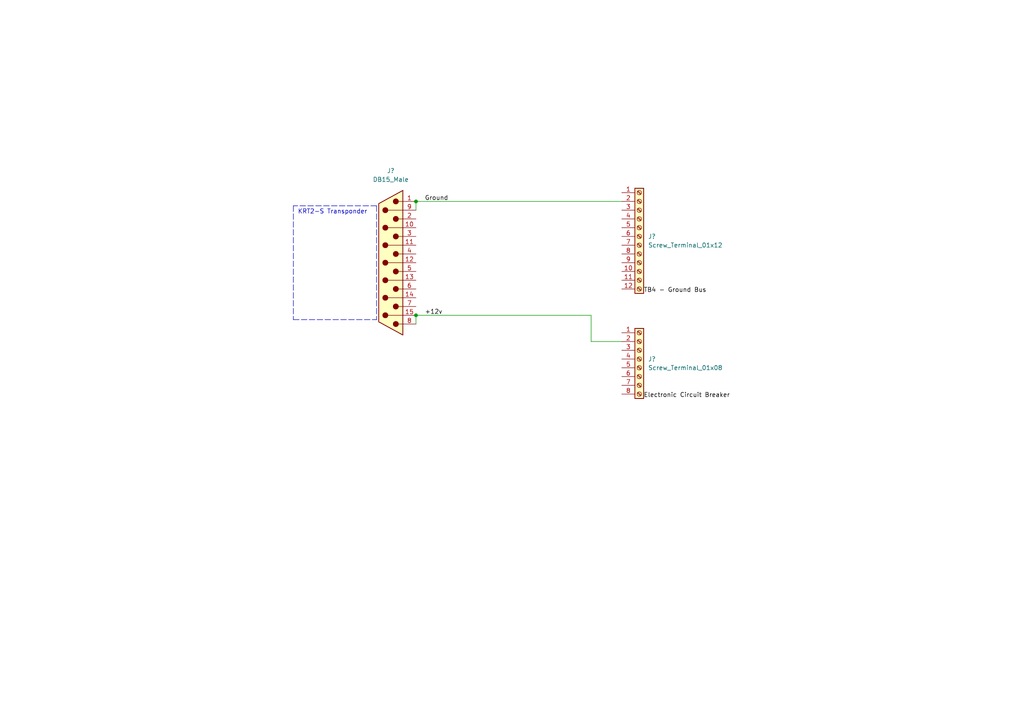
<source format=kicad_sch>
(kicad_sch (version 20211123) (generator eeschema)
  (paper "A4")
  (lib_symbols
    (symbol "Connector:DB15_Male" (pin_names (offset 1.016) hide)
      (property "Reference" "J" (at 0.508 21.59 0))
      (property "Value" "DB15_Male" (at 0 -22.225 0))
      (symbol "DB15_Male_0_1"
        (circle (center -1.778 -17.78) (radius 0.762) (fill (type outline)))
        (circle (center -1.778 -12.7) (radius 0.762) (fill (type outline)))
        (circle (center -1.778 -7.62) (radius 0.762) (fill (type outline)))
        (circle (center -1.778 -2.54) (radius 0.762) (fill (type outline)))
        (circle (center -1.778 2.54) (radius 0.762) (fill (type outline)))
        (circle (center -1.778 7.62) (radius 0.762) (fill (type outline)))
        (circle (center -1.778 12.7) (radius 0.762) (fill (type outline)))
        (circle (center -1.778 17.78) (radius 0.762) (fill (type outline)))
        (polyline (pts (xy -3.81 -17.78) (xy -2.54 -17.78)))
        (polyline (pts (xy -3.81 -15.24) (xy 0.508 -15.24)))
        (polyline (pts (xy -3.81 -12.7) (xy -2.54 -12.7)))
        (polyline (pts (xy -3.81 -10.16) (xy 0.508 -10.16)))
        (polyline (pts (xy -3.81 -7.62) (xy -2.54 -7.62)))
        (polyline (pts (xy -3.81 -5.08) (xy 0.508 -5.08)))
        (polyline (pts (xy -3.81 -2.54) (xy -2.54 -2.54)))
        (polyline (pts (xy -3.81 0) (xy 0.508 0)))
        (polyline (pts (xy -3.81 2.54) (xy -2.54 2.54)))
        (polyline (pts (xy -3.81 5.08) (xy 0.508 5.08)))
        (polyline (pts (xy -3.81 7.62) (xy -2.54 7.62)))
        (polyline (pts (xy -3.81 10.16) (xy 0.508 10.16)))
        (polyline (pts (xy -3.81 12.7) (xy -2.54 12.7)))
        (polyline (pts (xy -3.81 15.24) (xy 0.508 15.24)))
        (polyline (pts (xy -3.81 17.78) (xy -2.54 17.78)))
        (polyline (pts (xy -3.81 -20.955) (xy 3.175 -17.145) (xy 3.175 17.145) (xy -3.81 20.955) (xy -3.81 -20.955)) (stroke (width 0.254)) (fill (type background)))
        (circle (center 1.27 -15.24) (radius 0.762) (fill (type outline)))
        (circle (center 1.27 -10.16) (radius 0.762) (fill (type outline)))
        (circle (center 1.27 -5.08) (radius 0.762) (fill (type outline)))
        (circle (center 1.27 0) (radius 0.762) (fill (type outline)))
        (circle (center 1.27 5.08) (radius 0.762) (fill (type outline)))
        (circle (center 1.27 10.16) (radius 0.762) (fill (type outline)))
        (circle (center 1.27 15.24) (radius 0.762) (fill (type outline)))
      )
      (symbol "DB15_Male_1_1"
        (pin passive line (at -7.62 -17.78 0) (length 3.81) (name "1") (number "1"))
        (pin passive line (at -7.62 -10.16 0) (length 3.81) (name "P10") (number "10"))
        (pin passive line (at -7.62 -5.08 0) (length 3.81) (name "P111") (number "11"))
        (pin passive line (at -7.62 0 0) (length 3.81) (name "P12") (number "12"))
        (pin passive line (at -7.62 5.08 0) (length 3.81) (name "P13") (number "13"))
        (pin passive line (at -7.62 10.16 0) (length 3.81) (name "P14") (number "14"))
        (pin passive line (at -7.62 15.24 0) (length 3.81) (name "P15") (number "15"))
        (pin passive line (at -7.62 -12.7 0) (length 3.81) (name "2") (number "2"))
        (pin passive line (at -7.62 -7.62 0) (length 3.81) (name "3") (number "3"))
        (pin passive line (at -7.62 -2.54 0) (length 3.81) (name "4") (number "4"))
        (pin passive line (at -7.62 2.54 0) (length 3.81) (name "5") (number "5"))
        (pin passive line (at -7.62 7.62 0) (length 3.81) (name "6") (number "6"))
        (pin passive line (at -7.62 12.7 0) (length 3.81) (name "7") (number "7"))
        (pin passive line (at -7.62 17.78 0) (length 3.81) (name "8") (number "8"))
        (pin passive line (at -7.62 -15.24 0) (length 3.81) (name "P9") (number "9"))
      )
    )
    (symbol "Connector:Screw_Terminal_01x08" (pin_names (offset 1.016) hide)
      (property "Reference" "J" (at 0 10.16 0))
      (property "Value" "Screw_Terminal_01x08" (at 0 -12.7 0))
      (symbol "Screw_Terminal_01x08_1_1"
        (rectangle (start -1.27 8.89) (end 1.27 -11.43) (stroke (width 0.254)) (fill (type background)))
        (circle (center 0 -10.16) (radius 0.635) (stroke (width 0.1524)))
        (circle (center 0 -7.62) (radius 0.635) (stroke (width 0.1524)))
        (circle (center 0 -5.08) (radius 0.635) (stroke (width 0.1524)))
        (circle (center 0 -2.54) (radius 0.635) (stroke (width 0.1524)))
        (polyline (pts (xy -0.5334 -9.8298) (xy 0.3302 -10.668)) (stroke (width 0.1524)))
        (polyline (pts (xy -0.5334 -7.2898) (xy 0.3302 -8.128)) (stroke (width 0.1524)))
        (polyline (pts (xy -0.5334 -4.7498) (xy 0.3302 -5.588)) (stroke (width 0.1524)))
        (polyline (pts (xy -0.5334 -2.2098) (xy 0.3302 -3.048)) (stroke (width 0.1524)))
        (polyline (pts (xy -0.5334 0.3302) (xy 0.3302 -0.508)) (stroke (width 0.1524)))
        (polyline (pts (xy -0.5334 2.8702) (xy 0.3302 2.032)) (stroke (width 0.1524)))
        (polyline (pts (xy -0.5334 5.4102) (xy 0.3302 4.572)) (stroke (width 0.1524)))
        (polyline (pts (xy -0.5334 7.9502) (xy 0.3302 7.112)) (stroke (width 0.1524)))
        (polyline (pts (xy -0.3556 -9.652) (xy 0.508 -10.4902)) (stroke (width 0.1524)))
        (polyline (pts (xy -0.3556 -7.112) (xy 0.508 -7.9502)) (stroke (width 0.1524)))
        (polyline (pts (xy -0.3556 -4.572) (xy 0.508 -5.4102)) (stroke (width 0.1524)))
        (polyline (pts (xy -0.3556 -2.032) (xy 0.508 -2.8702)) (stroke (width 0.1524)))
        (polyline (pts (xy -0.3556 0.508) (xy 0.508 -0.3302)) (stroke (width 0.1524)))
        (polyline (pts (xy -0.3556 3.048) (xy 0.508 2.2098)) (stroke (width 0.1524)))
        (polyline (pts (xy -0.3556 5.588) (xy 0.508 4.7498)) (stroke (width 0.1524)))
        (polyline (pts (xy -0.3556 8.128) (xy 0.508 7.2898)) (stroke (width 0.1524)))
        (circle (center 0 0) (radius 0.635) (stroke (width 0.1524)))
        (circle (center 0 2.54) (radius 0.635) (stroke (width 0.1524)))
        (circle (center 0 5.08) (radius 0.635) (stroke (width 0.1524)))
        (circle (center 0 7.62) (radius 0.635) (stroke (width 0.1524)))
        (pin passive line (at -5.08 7.62 0) (length 3.81) (name "Pin_1") (number "1"))
        (pin passive line (at -5.08 5.08 0) (length 3.81) (name "Pin_2") (number "2"))
        (pin passive line (at -5.08 2.54 0) (length 3.81) (name "Pin_3") (number "3"))
        (pin passive line (at -5.08 0 0) (length 3.81) (name "Pin_4") (number "4"))
        (pin passive line (at -5.08 -2.54 0) (length 3.81) (name "Pin_5") (number "5"))
        (pin passive line (at -5.08 -5.08 0) (length 3.81) (name "Pin_6") (number "6"))
        (pin passive line (at -5.08 -7.62 0) (length 3.81) (name "Pin_7") (number "7"))
        (pin passive line (at -5.08 -10.16 0) (length 3.81) (name "Pin_8") (number "8"))
      )
    )
    (symbol "Connector:Screw_Terminal_01x12" (pin_names (offset 1.016) hide)
      (property "Reference" "J" (at 0 15.24 0))
      (property "Value" "Screw_Terminal_01x12" (at 0 -17.78 0))
      (symbol "Screw_Terminal_01x12_1_1"
        (rectangle (start -1.27 13.97) (end 1.27 -16.51) (stroke (width 0.254)) (fill (type background)))
        (circle (center 0 -15.24) (radius 0.635) (stroke (width 0.1524)))
        (circle (center 0 -12.7) (radius 0.635) (stroke (width 0.1524)))
        (circle (center 0 -10.16) (radius 0.635) (stroke (width 0.1524)))
        (circle (center 0 -7.62) (radius 0.635) (stroke (width 0.1524)))
        (circle (center 0 -5.08) (radius 0.635) (stroke (width 0.1524)))
        (circle (center 0 -2.54) (radius 0.635) (stroke (width 0.1524)))
        (polyline (pts (xy -0.5334 -14.9098) (xy 0.3302 -15.748)) (stroke (width 0.1524)))
        (polyline (pts (xy -0.5334 -12.3698) (xy 0.3302 -13.208)) (stroke (width 0.1524)))
        (polyline (pts (xy -0.5334 -9.8298) (xy 0.3302 -10.668)) (stroke (width 0.1524)))
        (polyline (pts (xy -0.5334 -7.2898) (xy 0.3302 -8.128)) (stroke (width 0.1524)))
        (polyline (pts (xy -0.5334 -4.7498) (xy 0.3302 -5.588)) (stroke (width 0.1524)))
        (polyline (pts (xy -0.5334 -2.2098) (xy 0.3302 -3.048)) (stroke (width 0.1524)))
        (polyline (pts (xy -0.5334 0.3302) (xy 0.3302 -0.508)) (stroke (width 0.1524)))
        (polyline (pts (xy -0.5334 2.8702) (xy 0.3302 2.032)) (stroke (width 0.1524)))
        (polyline (pts (xy -0.5334 5.4102) (xy 0.3302 4.572)) (stroke (width 0.1524)))
        (polyline (pts (xy -0.5334 7.9502) (xy 0.3302 7.112)) (stroke (width 0.1524)))
        (polyline (pts (xy -0.5334 10.4902) (xy 0.3302 9.652)) (stroke (width 0.1524)))
        (polyline (pts (xy -0.5334 13.0302) (xy 0.3302 12.192)) (stroke (width 0.1524)))
        (polyline (pts (xy -0.3556 -14.732) (xy 0.508 -15.5702)) (stroke (width 0.1524)))
        (polyline (pts (xy -0.3556 -12.192) (xy 0.508 -13.0302)) (stroke (width 0.1524)))
        (polyline (pts (xy -0.3556 -9.652) (xy 0.508 -10.4902)) (stroke (width 0.1524)))
        (polyline (pts (xy -0.3556 -7.112) (xy 0.508 -7.9502)) (stroke (width 0.1524)))
        (polyline (pts (xy -0.3556 -4.572) (xy 0.508 -5.4102)) (stroke (width 0.1524)))
        (polyline (pts (xy -0.3556 -2.032) (xy 0.508 -2.8702)) (stroke (width 0.1524)))
        (polyline (pts (xy -0.3556 0.508) (xy 0.508 -0.3302)) (stroke (width 0.1524)))
        (polyline (pts (xy -0.3556 3.048) (xy 0.508 2.2098)) (stroke (width 0.1524)))
        (polyline (pts (xy -0.3556 5.588) (xy 0.508 4.7498)) (stroke (width 0.1524)))
        (polyline (pts (xy -0.3556 8.128) (xy 0.508 7.2898)) (stroke (width 0.1524)))
        (polyline (pts (xy -0.3556 10.668) (xy 0.508 9.8298)) (stroke (width 0.1524)))
        (polyline (pts (xy -0.3556 13.208) (xy 0.508 12.3698)) (stroke (width 0.1524)))
        (circle (center 0 0) (radius 0.635) (stroke (width 0.1524)))
        (circle (center 0 2.54) (radius 0.635) (stroke (width 0.1524)))
        (circle (center 0 5.08) (radius 0.635) (stroke (width 0.1524)))
        (circle (center 0 7.62) (radius 0.635) (stroke (width 0.1524)))
        (circle (center 0 10.16) (radius 0.635) (stroke (width 0.1524)))
        (circle (center 0 12.7) (radius 0.635) (stroke (width 0.1524)))
        (pin passive line (at -5.08 12.7 0) (length 3.81) (name "Pin_1") (number "1"))
        (pin passive line (at -5.08 -10.16 0) (length 3.81) (name "Pin_10") (number "10"))
        (pin passive line (at -5.08 -12.7 0) (length 3.81) (name "Pin_11") (number "11"))
        (pin passive line (at -5.08 -15.24 0) (length 3.81) (name "Pin_12") (number "12"))
        (pin passive line (at -5.08 10.16 0) (length 3.81) (name "Pin_2") (number "2"))
        (pin passive line (at -5.08 7.62 0) (length 3.81) (name "Pin_3") (number "3"))
        (pin passive line (at -5.08 5.08 0) (length 3.81) (name "Pin_4") (number "4"))
        (pin passive line (at -5.08 2.54 0) (length 3.81) (name "Pin_5") (number "5"))
        (pin passive line (at -5.08 0 0) (length 3.81) (name "Pin_6") (number "6"))
        (pin passive line (at -5.08 -2.54 0) (length 3.81) (name "Pin_7") (number "7"))
        (pin passive line (at -5.08 -5.08 0) (length 3.81) (name "Pin_8") (number "8"))
        (pin passive line (at -5.08 -7.62 0) (length 3.81) (name "Pin_9") (number "9"))
      )
    )
  )
  (junction (at 120.65 58.42))
  (junction (at 120.65 91.44))
  (polyline (pts (xy 85.09 59.69) (xy 85.09 92.71)))
  (wire (pts (xy 120.65 58.42) (xy 120.65 60.96)))
  (polyline (pts (xy 85.09 92.71) (xy 109.22 92.71)))
  (wire (pts (xy 120.65 91.44) (xy 120.65 93.98)))
  (polyline (pts (xy 109.22 59.69) (xy 85.09 59.69)))
  (polyline (pts (xy 109.22 59.69) (xy 109.22 92.71)))
  (wire (pts (xy 171.45 99.06) (xy 180.34 99.06)))
  (wire (pts (xy 171.45 91.44) (xy 171.45 99.06)))
  (wire (pts (xy 120.65 91.44) (xy 171.45 91.44)))
  (wire (pts (xy 120.65 58.42) (xy 180.34 58.42)))
  (text "KRT2-S Transponder" (at 86.36 62.23 0) (effects (font (size 1.27 1.27)) (justify left bottom)))
  (label "Electronic Circuit Breaker" (at 186.69 115.57 0))
  (label "Ground" (at 123.19 58.42 0))
  (label "+12v" (at 123.19 91.44 0))
  (label "TB4 - Ground Bus" (at 186.69 85.09 0))
  (symbol (lib_id "Connector:Screw_Terminal_01x12") (at 185.42 68.58 0) (unit 1)
    (property "Reference" "J?" (at 187.96 68.5799 0) (effects (justify left)))
    (property "Value" "Screw_Terminal_01x12" (at 187.96 71.1199 0) (effects (justify left)))
  )
  (symbol (lib_id "Connector:Screw_Terminal_01x08") (at 185.42 104.14 0) (unit 1)
    (property "Reference" "J?" (at 187.96 104.1399 0) (effects (justify left)))
    (property "Value" "Screw_Terminal_01x08" (at 187.96 106.6799 0) (effects (justify left)))
  )
  (symbol (lib_id "Connector:DB15_Male") (at 113.03 76.2 180) (unit 1)
    (property "Reference" "J?" (at 113.3475 49.53 0))
    (property "Value" "DB15_Male" (at 113.3475 52.07 0))
    (property "Datasheet" " ~" (effects hide))
  )
)
</source>
